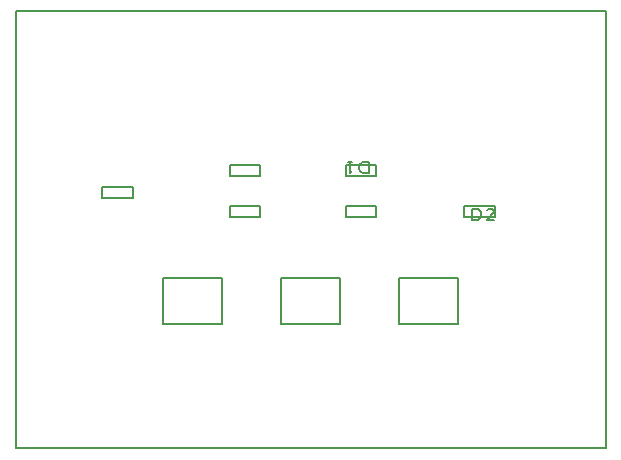
<source format=gbr>
%FSLAX23Y23*%
%MOIN*%
G04 EasyPC Gerber Version 15.0.4 Build 3016 *
%ADD10C,0.00500*%
X0Y0D02*
D02*
D10*
X3Y1722D02*
Y266D01*
X1971*
Y1722*
X3*
X292Y1101D02*
Y1138D01*
X395*
Y1101*
X292*
X691Y834D02*
X495D01*
Y681*
X691*
Y834*
X717Y1174D02*
Y1211D01*
X819*
Y1174*
X717*
X819Y1074D02*
Y1036D01*
X717*
Y1074*
X819*
X1085Y834D02*
X889D01*
Y681*
X1085*
Y834*
X1103Y1174D02*
Y1211D01*
X1205*
Y1174*
X1103*
X1180Y1221D02*
Y1183D01*
X1161*
X1155Y1186*
X1152Y1190*
X1148Y1196*
Y1208*
X1152Y1215*
X1155Y1218*
X1161Y1221*
X1180*
X1123D02*
X1111D01*
X1117D02*
Y1183D01*
X1123Y1190*
X1205Y1074D02*
Y1036D01*
X1103*
Y1074*
X1205*
X1478Y834D02*
X1282D01*
Y681*
X1478*
Y834*
X1524Y1027D02*
Y1064D01*
X1543*
X1549Y1061*
X1552Y1058*
X1555Y1052*
Y1039*
X1552Y1033*
X1549Y1030*
X1543Y1027*
X1524*
X1599D02*
X1574D01*
X1596Y1049*
X1599Y1055*
X1596Y1061*
X1590Y1064*
X1580*
X1574Y1061*
X1601Y1074D02*
Y1036D01*
X1499*
Y1074*
X1601*
X0Y0D02*
M02*

</source>
